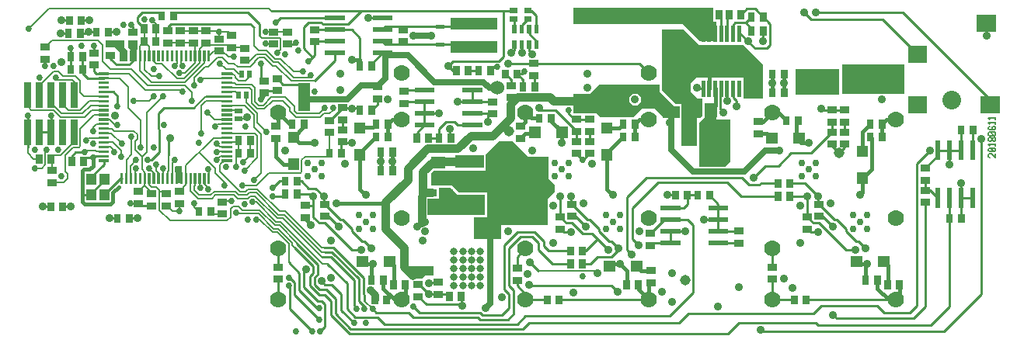
<source format=gbr>
G04 start of page 2 for group 0 idx 0 *
G04 Title: fet12v2logic, top *
G04 Creator: pcb 20140316 *
G04 CreationDate: Wed 13 Jun 2018 07:44:19 AM GMT UTC *
G04 For: brian *
G04 Format: Gerber/RS-274X *
G04 PCB-Dimensions (mil): 6000.00 5000.00 *
G04 PCB-Coordinate-Origin: lower left *
%MOIN*%
%FSLAX25Y25*%
%LNTOP*%
%ADD49C,0.0512*%
%ADD48C,0.0118*%
%ADD47C,0.0370*%
%ADD46C,0.0130*%
%ADD45C,0.0200*%
%ADD44C,0.0118*%
%ADD43C,0.0600*%
%ADD42C,0.0275*%
%ADD41C,0.0450*%
%ADD40C,0.0360*%
%ADD39R,0.0433X0.0433*%
%ADD38R,0.0290X0.0290*%
%ADD37R,0.0110X0.0110*%
%ADD36R,0.0217X0.0217*%
%ADD35R,0.0700X0.0700*%
%ADD34R,0.1220X0.1220*%
%ADD33R,0.1181X0.1181*%
%ADD32R,0.0165X0.0165*%
%ADD31R,0.0709X0.0709*%
%ADD30R,0.0480X0.0480*%
%ADD29R,0.0177X0.0177*%
%ADD28R,0.0500X0.0500*%
%ADD27R,0.0512X0.0512*%
%ADD26R,0.0560X0.0560*%
%ADD25R,0.0295X0.0295*%
%ADD24R,0.0189X0.0189*%
%ADD23R,0.0200X0.0200*%
%ADD22C,0.0318*%
%ADD21C,0.0800*%
%ADD20C,0.0295*%
%ADD19C,0.0700*%
%ADD18C,0.0060*%
%ADD17C,0.0300*%
%ADD16C,0.0080*%
%ADD15C,0.0250*%
%ADD14C,0.0350*%
%ADD13C,0.0150*%
%ADD12C,0.0100*%
%ADD11C,0.0001*%
G54D11*G36*
X419000Y174500D02*X412000D01*
X404500Y182000D01*
X357500D01*
Y189000D01*
X417500D01*
Y183000D01*
X419000D01*
Y174500D01*
G37*
G36*
X403000Y141500D02*X396500D01*
X392500Y145500D01*
X387000D01*
X384000Y142500D01*
Y147000D01*
X385000D01*
X386500Y148500D01*
Y150500D01*
X385000Y152000D01*
X384000D01*
Y156000D01*
X394500D01*
Y153000D01*
X401000Y146500D01*
X403000D01*
Y141500D01*
G37*
G36*
X384000Y142500D02*X383500Y142000D01*
X369000D01*
X367500Y143500D01*
X357500D01*
Y152000D01*
X364500D01*
X368500Y156000D01*
X384000D01*
Y152000D01*
X383000D01*
X381500Y150500D01*
Y148500D01*
X383000Y147000D01*
X384000D01*
Y142500D01*
G37*
G36*
X286500Y74000D02*Y78000D01*
X297500D01*
Y74000D01*
X294000D01*
X292500Y72500D01*
X288000D01*
X286500Y74000D01*
G37*
G36*
X305000Y111500D02*X308000Y108500D01*
X319500D01*
Y100000D01*
X295000D01*
Y107000D01*
X300000D01*
Y111500D01*
X305000D01*
G37*
G36*
X296500Y118000D02*X297500Y119000D01*
X320000D01*
Y126000D01*
X325500Y131500D01*
X331500D01*
X338000Y125000D01*
X347000D01*
Y115500D01*
X349500Y113000D01*
Y110000D01*
X346500Y107000D01*
Y95500D01*
X326500D01*
Y89500D01*
X315000D01*
Y99000D01*
X320500D01*
Y109500D01*
X308500D01*
X305500Y112500D01*
X296500D01*
Y118000D01*
G37*
G36*
X499500Y164500D02*Y152000D01*
X473000D01*
Y164500D01*
X499500D01*
G37*
G36*
X453000Y162500D02*X471500D01*
Y151500D01*
X453000D01*
Y162500D01*
G37*
G36*
X404000Y129500D02*Y147500D01*
X401500D01*
X395500Y153500D01*
Y179500D01*
X405000D01*
X411500Y173000D01*
X430500D01*
X439000Y164500D01*
Y150000D01*
X430500D01*
Y159000D01*
X410500D01*
X408000Y156500D01*
Y153000D01*
X411000Y150000D01*
X413000D01*
Y142500D01*
X412000Y141500D01*
X410500D01*
Y129500D01*
X404000D01*
G37*
G36*
X425000Y141000D02*Y123000D01*
X422500Y120500D01*
X411500D01*
Y139500D01*
X414000Y142000D01*
Y148000D01*
X419000D01*
Y141000D01*
X425000D01*
G37*
G36*
X239500Y156500D02*X244500D01*
Y144500D01*
X239500D01*
Y156500D01*
G37*
G36*
X187000Y113500D02*Y118000D01*
X186500Y118500D01*
Y120500D01*
X187000Y121000D01*
X189500D01*
Y118500D01*
X190000Y118000D01*
Y113500D01*
X187000D01*
G37*
G36*
X167500Y166000D02*Y171000D01*
X166500Y172000D01*
Y175000D01*
X170500D01*
Y171000D01*
X170000Y170500D01*
Y166000D01*
X167500D01*
G37*
G36*
X166000D02*X163000D01*
Y170000D01*
X161000Y172000D01*
X157000D01*
Y175000D01*
X165000D01*
Y172000D01*
X166000Y171000D01*
Y166000D01*
G37*
G54D12*X524000Y127750D02*X514000D01*
X524000D02*Y136441D01*
X523941Y136500D01*
X529000Y127750D02*Y136441D01*
X529059Y136500D01*
X514000Y127750D02*Y125559D01*
X508500Y120059D01*
X519000Y127750D02*Y121500D01*
X510500Y127500D02*X505000Y122000D01*
X536339Y147315D02*Y149661D01*
X529000Y107250D02*X524000D01*
Y98559D02*X524059Y98500D01*
X519000Y98559D02*X518941Y98500D01*
X524000Y98559D02*Y113500D01*
X505000Y122000D02*Y61000D01*
X532500Y132500D02*Y66000D01*
X519000Y107250D02*Y60500D01*
X508500Y114941D02*Y110559D01*
Y105441D02*Y60500D01*
Y110559D02*X510691D01*
X514000Y107250D01*
X458000Y93941D02*X459441Y92500D01*
X443000Y63500D02*X452441D01*
X443000D02*Y72441D01*
Y77559D02*Y85500D01*
X423500Y114000D02*X429500Y108000D01*
X433000Y113000D02*X430000Y116000D01*
X419750Y93000D02*Y104809D01*
X416059Y108500D01*
X429500Y108000D02*X445441D01*
X450559D02*X458000D01*
X462500D02*X457000Y113500D01*
X450559D01*
X445441D02*X438000D01*
X437500Y113000D01*
X433000D01*
G54D13*X442693Y133000D02*X440752Y134941D01*
X437000D01*
Y140059D02*X439059D01*
X443000Y144000D01*
G54D12*X457559Y63500D02*X496000D01*
X488000Y61000D02*X464000D01*
X460500Y57500D01*
X503500Y55500D02*X470500D01*
X511000Y52500D02*X462500D01*
X516500Y50000D02*X439000D01*
X469000Y57000D02*X470500Y55500D01*
X439000Y50000D02*X438500Y50500D01*
X462500Y52500D02*X461500Y53500D01*
X428500D01*
X424000Y49000D01*
X463000Y96500D02*X474500Y85000D01*
X470500Y98000D02*X474500Y94000D01*
Y93000D01*
Y85000D02*X478500D01*
X474500Y93000D02*X479000Y88500D01*
X480000D01*
X483000Y85500D01*
G54D13*X483500Y79000D02*X480193D01*
X479193Y80000D01*
X483000Y72059D02*Y79000D01*
X480500Y108500D02*X481500Y109500D01*
Y115693D01*
X485500Y119693D01*
Y132941D01*
X484941Y133500D01*
X481500Y127307D02*Y135559D01*
X484941Y139000D01*
G54D12*X491000Y58000D02*X488000Y61000D01*
X532500Y66000D02*X516500Y50000D01*
X519000Y60500D02*X511000Y52500D01*
X508500Y60500D02*X503500Y55500D01*
X505000Y61000D02*X502000Y58000D01*
X491000D01*
G54D13*X496000Y63500D02*X497500Y65000D01*
X496000Y63500D02*X493000D01*
X497500Y65000D02*Y70000D01*
X492441D02*Y78366D01*
X490807Y80000D01*
X493000Y63500D02*X488059Y68441D01*
Y72000D01*
X271500Y79000D02*X268193D01*
X267193Y80000D01*
X271000Y72059D02*Y79000D01*
X280441Y70000D02*Y78366D01*
X278807Y80000D01*
X276059Y68441D02*Y72000D01*
X285500Y65000D02*Y70000D01*
X284000Y63500D02*X281000D01*
X276059Y68441D01*
X277559Y63500D02*Y63559D01*
X279250Y65250D01*
G54D12*X291441Y70059D02*X295559Y65941D01*
X303500D01*
X304441Y65000D01*
X291000Y64941D02*X294441Y61500D01*
X309500D01*
X310000Y61000D01*
X309559Y61441D02*X310000Y61000D01*
X309559Y65000D02*Y61441D01*
X317500Y58000D02*X291500D01*
X289000Y60500D01*
Y56000D02*X287000Y58000D01*
X316500Y56000D02*X289000D01*
X333500Y53000D02*X276500D01*
X336000Y51000D02*X262000D01*
X264500Y60000D02*X263500Y61000D01*
X267500Y66000D02*Y73000D01*
X265500Y63000D02*Y72500D01*
X263500Y61000D02*Y72000D01*
X268000Y63000D02*Y65500D01*
X267500Y66000D01*
X268000Y60500D02*X265500Y63000D01*
G54D13*X284000Y63500D02*X285500Y65000D01*
X280059Y127000D02*Y119000D01*
G54D14*X295000Y128500D02*X286500Y120000D01*
Y115000D01*
G54D12*X262441Y130941D02*X262500Y131000D01*
G54D13*X274941Y127000D02*Y119000D01*
G54D14*X286500Y115000D02*X277000Y105500D01*
G54D13*X268500Y108500D02*X266000Y111000D01*
Y126559D01*
X272941Y133500D01*
X271441Y137500D02*X266000D01*
G54D12*X364500Y135941D02*Y131559D01*
X359000D02*Y136000D01*
X364500Y141059D02*X359000D01*
X361500Y123500D02*X359000Y126000D01*
Y126500D01*
X361500Y123500D02*X364441Y126441D01*
X364500D01*
G54D13*X374500Y108500D02*X372000Y111000D01*
Y126559D01*
X378941Y133500D01*
X372000Y137307D02*X377248D01*
X378941Y139000D01*
G54D12*X398000Y108500D02*X401441D01*
X406559D02*X410941D01*
X399250Y103000D02*X405000D01*
X406500Y104500D01*
Y108500D01*
G54D13*X337000Y140059D02*Y144000D01*
X342941Y141500D02*X339500D01*
G54D12*X344000Y145000D02*X343000Y146000D01*
X350000Y145000D02*X344000D01*
G54D13*X339500Y141500D02*X337000Y144000D01*
X348059Y141500D02*Y140248D01*
X335000Y132941D02*X337059Y135000D01*
X341000D01*
X335000Y138059D02*X337000Y140059D01*
X348059Y140248D02*X352807Y135500D01*
X352500Y135193D01*
Y131000D01*
G54D12*X359000Y136000D02*X350000Y145000D01*
X359000Y141000D02*X358000D01*
X355500Y143500D01*
Y145000D01*
X265941D02*X264882Y146059D01*
G54D13*X272941Y139000D02*X271441Y137500D01*
G54D12*X293750Y138500D02*X290500Y135250D01*
Y133000D01*
X304500Y137000D02*Y133559D01*
X305059Y133000D01*
X295559D02*X299941D01*
Y136941D01*
X303000Y140000D01*
X306500D01*
X308000Y138500D01*
X314500D01*
X333500Y53000D02*X337000Y56500D01*
X338500Y53500D02*X336000Y51000D01*
X337000Y56500D02*X399000D01*
X273500Y56000D02*X264000D01*
X403000Y53500D02*X338500D01*
X424000Y49000D02*X261500D01*
X332000Y67500D02*Y57500D01*
X330000Y66000D02*Y60000D01*
X327000Y57000D01*
X332000Y57500D02*X329500Y55000D01*
X317500D01*
X316500Y56000D01*
X327000Y57000D02*X318500D01*
X317500Y58000D01*
G54D15*X320000Y60000D02*X322000Y62000D01*
G54D12*X337000Y63500D02*X346441D01*
X339000Y69500D02*X338500Y70000D01*
X337000Y63500D02*Y66000D01*
X333500Y69500D01*
X330000Y85500D02*Y69500D01*
X328000Y87000D02*Y68000D01*
G54D15*X322000Y100000D02*Y62000D01*
G54D12*X328000Y68000D02*X330000Y66000D01*
Y69500D02*X332000Y67500D01*
X333500Y69500D02*Y72000D01*
Y77059D02*Y82000D01*
X337000Y85500D01*
X339000Y79500D02*X342500Y76000D01*
Y85000D02*X348500Y79000D01*
X351559Y63500D02*X390000D01*
X376500Y67000D02*X374000Y69500D01*
X339000D01*
G54D13*X390000Y63500D02*X385559Y67941D01*
Y70000D01*
X390000Y63500D02*Y69941D01*
X391000Y70941D01*
Y76059D02*X386748D01*
G54D16*X342500Y76000D02*X367000D01*
X368000Y75000D01*
G54D13*X386748Y76059D02*X384807Y78000D01*
X380441Y70000D02*Y76059D01*
X377500Y79000D01*
X374193D01*
G54D12*X361559Y84500D02*X363000D01*
X368000Y89500D01*
X361559Y79000D02*X365000D01*
X368000Y82000D01*
X352000Y93941D02*X353441Y92500D01*
X342500Y85000D02*Y88000D01*
X340000Y90500D01*
X356441Y84500D02*X347000D01*
X345000Y86500D01*
X348500Y79000D02*X356000D01*
X377000Y85500D02*Y85000D01*
X374000Y82000D01*
G54D13*X374193Y79000D02*X373193Y78000D01*
G54D12*X374000Y82000D02*X368000D01*
X356500Y105059D02*X363559Y98000D01*
X357000Y99441D02*X358559D01*
X354559Y96500D02*X357000D01*
X363559Y98000D02*X364500D01*
X358559Y99441D02*X363000Y95000D01*
X357000Y96500D02*X361500Y92000D01*
X365500D01*
X364500Y98000D02*X368500Y94000D01*
Y93000D01*
X373000Y88500D01*
X374000D01*
X377000Y85500D01*
X365500Y92000D02*X372500Y85000D01*
X356500Y108000D02*Y105059D01*
X352000Y108000D02*Y99059D01*
X354559Y96500D01*
X352000Y108000D02*X351724Y108276D01*
X458000Y99059D02*X460559Y96500D01*
X462500Y105059D02*X469559Y98000D01*
X470500D01*
X463000Y99441D02*X464559D01*
X469000Y95000D01*
X460559Y96500D02*X463000D01*
X462500Y108000D02*Y105059D01*
X458000Y108000D02*Y99059D01*
Y108000D02*X457724Y108276D01*
X459441Y92500D02*X462500D01*
X419750Y93000D02*X428441D01*
X428500Y93059D01*
X419750Y88000D02*X428441D01*
X428500Y87941D01*
X413500Y98000D02*X419750D01*
X534763Y182354D02*Y177237D01*
X535000Y177000D01*
X499000Y187000D02*X461500D01*
X490204Y184000D02*X459500D01*
X456500Y187000D01*
X433941Y179000D02*Y180000D01*
X428677Y177693D02*X429307D01*
X432500Y174500D01*
X439000D02*Y178941D01*
X439059Y179000D01*
X442000Y182059D02*Y173000D01*
X440500Y171500D01*
X435500D01*
X433000Y174000D01*
G54D13*X490059Y133500D02*Y139000D01*
X492059Y141000D01*
X496000D01*
G54D12*X536339Y149661D02*X499000Y187000D01*
X505237Y168968D02*X490204Y184000D01*
X468500Y130441D02*Y129500D01*
X471500Y126500D01*
X474000Y130441D02*Y129000D01*
X471500Y126500D01*
X474000Y145059D02*X464441D01*
X464000Y145500D01*
G54D13*X442941Y160500D02*Y152500D01*
X448059Y160500D02*Y152500D01*
G54D12*X468500Y135559D02*Y139941D01*
X474000Y135559D02*Y139941D01*
X468500Y135559D02*X459441Y126500D01*
X451000D01*
G54D15*X440000Y127500D02*X446000D01*
G54D12*X451000Y126500D02*X445500Y121000D01*
X440000D01*
G54D15*X431000Y118500D02*X440000Y127500D01*
G54D12*Y121000D02*X435000Y116000D01*
G54D13*X458500Y131000D02*X455173D01*
X453173Y133000D01*
Y139614D01*
X454059Y140500D01*
X443000Y144000D02*X445441D01*
X448941Y140500D01*
X384059Y133500D02*Y139000D01*
X386059Y141000D01*
X390000D01*
G54D15*X399500Y144095D02*Y128000D01*
X409000Y118500D01*
G54D12*X390000Y161000D02*X386000Y165000D01*
G54D13*X418441Y146898D02*X416543Y145000D01*
G54D12*X420500Y145500D02*X422000Y144000D01*
G54D15*X409000Y118500D02*X431000D01*
G54D13*X418441Y154307D02*Y146898D01*
G54D12*X420500Y153807D02*Y145500D01*
X427500Y149000D02*Y146500D01*
X426118Y150382D02*X427500Y149000D01*
X426118Y154307D02*Y150382D01*
X423559Y148559D02*X423500Y148500D01*
X423559Y154307D02*Y148559D01*
X423500Y114000D02*X394000D01*
X430000Y116000D02*X389000D01*
G54D13*X423882Y160882D02*X429000Y166000D01*
X415882Y160882D02*Y154307D01*
G54D12*X410693D02*X410500Y154500D01*
X410693Y154307D02*X413323D01*
X421000D02*X420500Y153807D01*
X421000Y177693D02*Y185059D01*
X420059Y186000D01*
X423559Y177693D02*Y185118D01*
X424441Y186000D01*
X426118Y177693D02*Y181618D01*
X427000Y182500D01*
X429559Y186000D02*X432059Y188500D01*
X435559D01*
X442000Y182059D01*
X427000Y182500D02*X431441D01*
X433941Y185000D01*
Y180000D02*X431441Y182500D01*
X399250Y93000D02*Y88000D01*
Y93000D02*X405500D01*
X399000Y98000D02*X406500D01*
X409000Y95500D01*
Y66500D02*X399000Y56500D01*
X407000Y57500D02*X403000Y53500D01*
X399250Y88000D02*X391559D01*
X390500Y86941D01*
X383000Y89500D02*X385500Y87000D01*
X394000Y114000D02*X383000Y103000D01*
X389000Y116000D02*X380500Y107500D01*
X399250Y98000D02*X396500D01*
X390500Y92000D01*
X383000Y103000D02*Y89500D01*
X380500Y107500D02*Y85000D01*
X382500Y83000D01*
X409000Y95500D02*Y66500D01*
X460500Y57500D02*X407000D01*
G54D14*X295000Y128500D02*X308000D01*
X313000Y123000D02*X297500D01*
X293000Y118500D01*
X308000Y128500D02*X313500Y134000D01*
X323000D01*
G54D12*X308000Y148500D02*X322941D01*
G54D15*X289000Y177000D02*X296500D01*
G54D12*X277069Y180819D02*X275750Y179500D01*
X277069Y173181D02*X275750Y174500D01*
X277069Y173181D02*X313819D01*
X277069Y180819D02*X313819D01*
X271059Y164809D02*X275750Y169500D01*
G54D15*X298000Y157000D02*X286500Y168500D01*
X277000D01*
G54D12*X304000Y164000D02*X306000Y166000D01*
G54D13*X262500Y166500D02*X265941D01*
G54D12*X261000Y182000D02*X266500Y187500D01*
X228000D02*X331579D01*
G54D15*X298000Y157000D02*X319000D01*
G54D12*X325000Y163500D02*X323559D01*
X322059Y162000D01*
X293750Y148500D02*Y138500D01*
Y148500D02*X285559D01*
X285000Y147941D01*
X293750Y153500D02*X285441D01*
X285000Y153059D01*
X293750Y143500D02*X300000D01*
X258500Y130941D02*X262441D01*
G54D16*X253000Y135441D02*Y126559D01*
G54D12*X258059Y130500D02*X258500Y130941D01*
G54D16*X253000Y126559D02*X251441Y125000D01*
X242500D01*
G54D13*X237500Y121693D02*X233307D01*
G54D12*X264882Y146059D02*X258500D01*
G54D16*X254500Y146000D02*Y145000D01*
X253000Y143500D01*
X250500D01*
X251000Y146000D02*X248500Y143500D01*
X239000D01*
G54D12*X258059Y126500D02*Y130500D01*
X258559Y146059D02*X253500Y141000D01*
X253000D01*
X246559Y179500D02*X246500Y179559D01*
X246559Y179500D02*X262500D01*
X265941Y176059D01*
X250000Y182000D02*X261000D01*
X255250Y184500D02*X232000D01*
X271059Y164000D02*Y164809D01*
X275750Y184500D02*X269500D01*
X265941Y164000D02*Y176059D01*
X255250Y174500D02*X246559D01*
X246500Y174441D02*Y168500D01*
X242000Y171500D02*X245750Y167750D01*
X246500Y168500D02*X244000Y166000D01*
X255250Y169500D02*Y166250D01*
G54D15*X260500Y149500D02*X241500D01*
G54D16*X244000Y159000D02*X245000Y160000D01*
G54D12*X242000Y154500D02*X240500Y156000D01*
X233059D01*
X255250Y166250D02*X246500Y157500D01*
G54D16*X232000Y167000D02*X237500Y161500D01*
G54D12*X242000Y171500D02*Y180500D01*
X244000Y182500D01*
X249500D01*
X250000Y182000D01*
X313819Y173181D02*X315000Y172000D01*
X313819Y180819D02*X315000Y182000D01*
X325500Y166000D02*X327500Y168000D01*
Y187500D01*
X306000Y166000D02*X325500D01*
X332276Y179846D02*Y183803D01*
X335425Y179846D02*Y181504D01*
X338150Y184228D01*
X341724Y185776D02*X339728Y187772D01*
X338150D01*
X331579Y187500D02*X331850Y187772D01*
X332276Y183803D02*X331850Y184228D01*
X332276Y173154D02*Y170776D01*
X331000Y169500D01*
X335425Y173154D02*Y169575D01*
X335500Y169500D01*
X341724Y179846D02*Y185776D01*
Y173154D02*Y174776D01*
X338575Y177925D01*
Y179846D01*
Y173154D02*Y170425D01*
X340000Y169000D01*
X329500Y165000D02*X386000D01*
G54D14*X349000Y149000D02*X364000D01*
G54D12*X333559Y160500D02*X335500D01*
X336500Y161500D01*
X331000Y155559D02*Y157941D01*
X353441Y92500D02*X356500D01*
X345000Y86500D02*Y88500D01*
X340000Y90500D02*X335000D01*
X345000Y88500D02*X341000Y92500D01*
X333500D01*
X335000Y90500D02*X330000Y85500D01*
X333500Y92500D02*X328000Y87000D01*
G54D13*X256000Y105000D02*X277000D01*
G54D12*X242500Y98941D02*Y98000D01*
X245000Y95500D01*
X254500Y86000D02*X267500Y73000D01*
X246000Y108000D02*X245000Y109000D01*
X239059D01*
Y114500D02*X241000D01*
X244075Y111425D01*
X247075D01*
X232941Y108000D02*X233941Y109000D01*
G54D16*X233000Y149000D02*X236000Y146000D01*
X238000Y144500D02*Y146500D01*
X234000Y150500D01*
X236000Y146000D02*Y144500D01*
X238500Y142000D02*X249000D01*
X250500Y143500D02*X249000Y142000D01*
X239000Y143500D02*X238000Y144500D01*
X236000D02*X238500Y142000D01*
G54D13*X236941Y139000D02*X236000D01*
X242059D02*Y137866D01*
X237500Y133307D01*
X246500Y131000D02*X239807D01*
X237500Y133307D01*
G54D16*X242500Y125000D02*X241000Y123500D01*
Y118500D01*
X240500Y118000D01*
G54D14*X330500Y147500D02*Y141500D01*
X323000Y134000D02*X330500Y141500D01*
G54D13*X330000Y136000D02*X327500Y138500D01*
G54D12*X321000Y140000D02*Y143500D01*
G54D14*X333500Y150500D02*X330500Y147500D01*
X349000Y149000D02*X347500Y150500D01*
X333500D01*
G54D12*X341059Y155000D02*Y159382D01*
X340500Y159941D01*
X335941Y155000D02*Y158118D01*
X333559Y160500D01*
X322941Y143500D02*X323000Y143441D01*
X331000Y157941D02*X328441Y160500D01*
X304000Y164000D02*X306000Y162000D01*
X307500D01*
X312559D02*X316941D01*
X314250Y153500D02*Y148500D01*
X322941D01*
X323000Y148559D01*
X314250Y143500D02*X322941D01*
G54D15*X325000Y154500D02*X321500D01*
X319000Y157000D01*
G54D12*X299500Y71059D02*X296059D01*
X295500Y70500D01*
X291000Y70059D02*X291441D01*
G54D14*X288500Y74000D02*X285000Y77500D01*
Y86000D01*
G54D12*X257559Y98000D02*X258500D01*
Y140441D02*Y136059D01*
X251000Y96500D02*X262500Y85000D01*
X258500Y98000D02*X262500Y94000D01*
Y93000D01*
X254000Y84000D02*X251000D01*
X262500Y85000D02*X266500D01*
X262500Y93000D02*X267000Y88500D01*
X268000D01*
X271000Y85500D01*
G54D14*X285000Y86000D02*X277000Y94000D01*
G54D13*X278059Y133500D02*Y139000D01*
G54D14*X277000Y94000D02*Y105500D01*
G54D15*Y168500D02*Y158500D01*
G54D13*X278059Y139000D02*X280059Y141000D01*
G54D15*X260500Y149500D02*X266500Y155500D01*
X274000D01*
X277000Y158500D01*
G54D12*X271059Y145000D02*X273500Y147441D01*
Y149941D01*
G54D13*X280059Y141000D02*X284000D01*
G54D14*X293000Y118500D02*Y108500D01*
X292500Y108000D02*Y96500D01*
X297000Y109500D02*X293000D01*
G54D17*X272441Y63500D02*Y65559D01*
X270500Y67500D01*
G54D16*X271500Y59500D02*X268000Y63000D01*
G54D12*Y59500D02*Y60500D01*
X264500Y59500D02*Y60000D01*
X287000Y58000D02*X273000D01*
X271500Y59500D01*
X276500Y53000D02*X273500Y56000D01*
X231000Y63500D02*Y72441D01*
Y77559D02*Y85500D01*
G54D16*X235500Y79500D02*Y87500D01*
X237000Y88000D02*Y87000D01*
X238000Y86000D01*
G54D12*X240000Y75000D02*X235500Y79500D01*
X238000Y65500D02*Y71000D01*
X236000Y73000D01*
X235500D01*
X246000Y78000D02*X238000Y86000D01*
X248000Y78500D02*X239000Y87500D01*
G54D16*Y88000D02*Y87500D01*
X251000Y84000D02*X249500D01*
Y86000D02*X250500D01*
G54D12*X254500D01*
X249000Y50000D02*X251000Y52000D01*
X248500Y60000D02*X247500D01*
X245500Y50000D02*X236000Y59500D01*
X248500Y55000D02*X238000Y65500D01*
X247500Y60000D02*X240000Y67500D01*
X236000Y59500D02*Y69000D01*
X235500Y69500D01*
X248000Y63000D02*X249500D01*
X251000Y61500D01*
Y52000D02*Y61500D01*
X261500Y49000D02*X253500Y57000D01*
X262000Y51000D02*X255500Y57500D01*
X263500Y53500D02*X258000Y59000D01*
X260500Y59500D02*X264000Y56000D01*
X253500Y57000D02*Y63000D01*
X255500Y57500D02*Y64000D01*
X258000Y59000D02*Y66000D01*
X251000Y70000D02*X249500Y71500D01*
X253500Y63000D02*X251000Y65500D01*
X258000Y66000D02*X254000Y70000D01*
X251000D01*
X255500Y64000D02*X251500Y68000D01*
X260500Y66500D02*Y70500D01*
Y67000D02*Y59500D01*
X251500Y68000D02*X248500D01*
X246500Y70000D01*
Y73000D01*
X244500Y69500D02*Y73500D01*
X246000Y75000D01*
X251000Y65500D02*X248500D01*
X248000Y63000D02*X242000Y69000D01*
X248500Y65500D02*X244500Y69500D01*
X242000Y69000D02*Y75500D01*
X243000Y76500D01*
X240000Y67500D02*Y75000D01*
X250500Y108000D02*Y105059D01*
X246000Y108000D02*Y99059D01*
X248559Y96500D01*
X247075Y111425D02*X250500Y108000D01*
X243059Y104000D02*X246000D01*
X250500Y105059D02*X257559Y98000D01*
X251000Y99441D02*X252559D01*
X257000Y95000D01*
G54D16*X246500Y157500D02*X236500D01*
X237500Y159000D02*X244000D01*
X241500Y161500D02*X237500D01*
X222000Y143500D02*Y139500D01*
X226000Y135500D01*
X220889Y135111D02*X222000Y134000D01*
Y124500D01*
X223500Y134500D02*Y118000D01*
X220500Y115000D02*X223500Y118000D01*
X227000D02*X221500Y112500D01*
X220500Y137500D02*X223500Y134500D01*
G54D13*X233307Y121693D02*X230000Y125000D01*
Y132941D01*
G54D16*X218700Y160500D02*Y159200D01*
X217000Y157500D01*
X219500Y148000D02*Y153500D01*
X218500Y154500D01*
X221000D02*X219500Y156000D01*
G54D12*X226441Y153441D02*X230500D01*
X233059Y156000D02*X230500Y158559D01*
G54D16*X230000Y164000D02*X236500Y157500D01*
X237500Y159000D02*X231000Y165500D01*
X229000D01*
X229500Y167000D02*X232000D01*
X219500Y148000D02*X222000Y145500D01*
X225000D01*
X224500Y147000D02*X222500D01*
G54D12*X225000Y152000D02*X226441Y153441D01*
G54D16*X224500Y147000D02*X228000Y150500D01*
X225000Y145500D02*X228500Y149000D01*
X233000D01*
X228000Y150500D02*X234000D01*
G54D13*X231000Y144000D02*Y139059D01*
X230000Y138059D01*
X236000Y139000D02*X231000Y144000D01*
G54D16*X232000Y97000D02*X230000D01*
X223000Y98000D02*X221500D01*
X230000Y97000D02*X221500Y105500D01*
X220000D01*
X223000Y102000D02*X215500D01*
X222500Y100500D02*X213500D01*
X215500Y102000D02*X214000Y103500D01*
X218000Y107000D02*X213500D01*
X217500Y108500D02*X214000D01*
X217000Y110000D02*X214500D01*
X214000Y103500D02*X211500D01*
X210500Y102500D01*
Y99000D01*
X209000Y97500D01*
X213000Y101000D02*X213500Y100500D01*
X221500Y112500D02*X215500D01*
X211000Y106000D02*X207441D01*
X213500Y107000D02*X212000Y108500D01*
X214000D02*X212500Y110000D01*
X207800Y123300D02*X208872D01*
X208000Y114000D02*Y112500D01*
X219059Y126441D02*Y125559D01*
X216000Y122500D01*
X213941Y126500D02*X213000Y125559D01*
X216500Y119000D02*X222000Y124500D01*
X213000Y125559D02*Y120500D01*
G54D12*X223500Y159059D02*X225000Y157559D01*
G54D16*X221000Y148500D02*Y154500D01*
X217000Y157500D02*X214000D01*
Y160500D02*X215300D01*
X222500Y147000D02*X221000Y148500D01*
X220500Y143000D02*Y137500D01*
X217200Y151500D02*Y148300D01*
X222000Y143500D01*
X220500Y143000D02*X216578Y146922D01*
X216800Y141300D02*X217500Y142000D01*
X214000Y141300D02*X216800D01*
X208872Y146922D02*X216578D01*
X208872Y144953D02*X213747D01*
X214000Y144700D01*
X208872Y152827D02*X212473D01*
X213800Y151500D01*
X218500Y154500D02*X209168D01*
X208872Y154796D01*
X219500Y156000D02*X213000D01*
X212236Y156764D01*
X208872D01*
X212500Y159000D02*X214000Y157500D01*
X208872Y160701D02*X211299D01*
X212500Y159500D01*
Y159000D01*
X212000Y162500D02*X214000Y160500D01*
X212000Y162500D02*X208500D01*
X213500Y163500D02*X212000Y165000D01*
X209500D01*
Y168000D02*X212000D01*
G54D12*X223500Y165000D02*Y159059D01*
G54D16*X222500Y167500D02*X221000Y166000D01*
X216500Y165941D02*X218441D01*
X221500Y169000D01*
X221000Y166000D02*Y165500D01*
X219000Y163500D01*
X213500D01*
X221500Y169000D02*X225500D01*
X222500Y167500D02*X225000D01*
X228500Y164000D01*
X229000Y165500D02*X225500Y169000D01*
X228500Y164000D02*X230000D01*
G54D12*X248559Y96500D02*X251000D01*
G54D16*X249500Y86000D02*X234000Y101500D01*
X249500Y84000D02*X233500Y100000D01*
X249500Y82000D02*X233000Y98500D01*
G54D12*X260500Y70500D02*X252000Y79000D01*
G54D16*X250000D02*X252000D01*
G54D12*X254000Y84000D02*X265500Y72500D01*
X249500Y82000D02*X253500D01*
X263500Y72000D01*
X246500Y73000D02*X248000Y74500D01*
X246000Y75000D02*Y78000D01*
X248000Y74500D02*Y78500D01*
G54D16*X250000Y79000D02*X232000Y97000D01*
X239000Y88000D02*X231500Y95500D01*
X237000Y88000D02*X231000Y94000D01*
X235500Y87500D02*X230500Y92500D01*
X234000Y101500D02*X231500D01*
X233500Y100000D02*X231000D01*
X233000Y98500D02*X230500D01*
X231500Y95500D02*X229500D01*
X231000Y94000D02*X229000D01*
X230500Y92500D02*X228500D01*
X223000Y98000D01*
X229000Y94000D02*X222500Y100500D01*
X229500Y95500D02*X223000Y102000D01*
X231500Y101500D02*X222000Y111000D01*
X230500Y98500D02*X221000Y108000D01*
X231000Y100000D02*X221500Y109500D01*
G54D12*X228500Y108000D02*X232941D01*
G54D16*X221000D02*X219000D01*
X218000Y107000D01*
X221500Y109500D02*X218500D01*
X217500Y108500D01*
X222000Y111000D02*X218000D01*
X217000Y110000D01*
G54D12*X228500Y111500D02*X231500Y114500D01*
X233941D01*
G54D16*X240500Y118000D02*X227000D01*
G54D12*X156128Y123299D02*Y121628D01*
X150744Y116244D01*
Y115346D01*
X163800Y115628D02*X163230D01*
X156256Y108654D01*
G54D13*X160000Y109500D02*X162500Y112000D01*
G54D12*X156256Y115346D02*Y114756D01*
X152267Y125267D02*X151500Y124500D01*
G54D13*Y121000D01*
G54D12*X156256Y114756D02*X151000Y109500D01*
G54D16*X165768Y115628D02*Y123768D01*
X167737Y115628D02*Y118763D01*
X167500Y119000D01*
Y121000D01*
X170000Y123500D01*
G54D13*X151500Y121000D02*X150000Y119500D01*
X147500D01*
X147000Y119000D01*
Y105500D01*
G54D12*X151000Y109500D02*Y108500D01*
X147000D01*
G54D13*Y105500D02*X148000Y104500D01*
X159000D01*
X160000Y105500D01*
Y109500D01*
G54D12*X158500Y98500D02*X161941D01*
X138559Y103500D02*X142000D01*
X130000D02*X133441D01*
G54D16*X135059Y125500D02*X137500D01*
X131000Y121500D02*Y127500D01*
X131500Y128000D01*
G54D12*X156128Y125267D02*X152267D01*
G54D16*X156128Y127236D02*X152764D01*
X152500Y127500D01*
X151500Y137500D02*Y136000D01*
X149641Y133141D02*X148500Y132000D01*
X156128Y133141D02*X149641D01*
X143500Y135500D02*Y131500D01*
X158796Y129204D02*X160500Y127500D01*
Y127000D01*
X156128Y129204D02*X158796D01*
X156128Y131173D02*X159827D01*
X156128Y135110D02*X159390D01*
G54D12*X151500Y124500D02*X148059D01*
X147559Y124000D01*
G54D16*X152500Y127500D02*X148500D01*
X148000Y127000D01*
X137500Y125500D02*X143500Y131500D01*
X175611Y115628D02*Y112889D01*
X177579Y115628D02*Y117921D01*
X173642Y112701D02*Y118358D01*
X185453Y115628D02*Y122453D01*
X183485Y115628D02*Y118485D01*
X184000Y119000D01*
Y125500D01*
G54D12*Y132500D01*
X184500Y133000D01*
G54D16*X185453Y122453D02*X186500Y123500D01*
X169705Y115628D02*Y119705D01*
X170000Y120000D01*
X173642Y118358D02*X172500Y119500D01*
Y125000D01*
X169500Y128000D01*
X172500Y125000D02*X174500Y127000D01*
X177579Y117921D02*X175500Y120000D01*
G54D12*X175000Y123500D02*X176500D01*
X180000Y127000D01*
Y136500D01*
X179500Y137000D01*
G54D16*X179548Y115628D02*Y117952D01*
X178500Y119000D01*
Y121500D01*
X181516Y115628D02*Y119984D01*
X181500Y120000D01*
X156128Y142984D02*X152000Y143000D01*
X156128Y141015D02*X158485D01*
X156128Y139047D02*X153047D01*
X172000Y140500D02*Y129000D01*
X169500Y128000D02*Y131500D01*
X170500Y132500D01*
Y134500D01*
X169000Y136000D01*
X168000Y126000D02*Y133500D01*
X156128Y137078D02*X159422D01*
X160500Y136000D01*
X158485Y141015D02*X161000Y138500D01*
X162000D01*
X153047Y139047D02*X151500Y137500D01*
X160500Y136000D02*X169000D01*
X159827Y131173D02*X163500Y127500D01*
X159390Y135110D02*X164000Y130500D01*
X163500Y127500D02*Y125000D01*
X165768Y123768D02*X168000Y126000D01*
X208872Y135111D02*X220889D01*
X219059Y132000D02*Y126500D01*
X208872Y131174D02*X213115D01*
X213941Y132000D01*
Y126500D02*Y132000D01*
X208872Y127237D02*X204737D01*
X204500Y127000D01*
X208872Y129205D02*X205795D01*
X204500Y130500D01*
X208872Y125268D02*X206268D01*
X204500Y123500D01*
X203484Y141016D02*X200500Y144000D01*
X198000Y135000D02*Y146890D01*
X200000Y148890D01*
X208872Y133142D02*X203142D01*
X208872Y158733D02*X198233D01*
X197500Y158000D01*
G54D12*X225000Y152000D02*Y151000D01*
X223500Y149500D01*
G54D16*X208872Y148890D02*X200000D01*
G54D12*X182000Y146000D02*X195000D01*
X199859Y150859D02*X208872D01*
G54D16*X199859D02*X195000Y146000D01*
X190500Y158500D02*X187500D01*
X194000Y149000D02*Y152500D01*
X191000Y155500D01*
G54D12*X173441Y180000D02*X170500Y182941D01*
G54D16*X174500Y127000D02*Y144000D01*
X181500Y151000D01*
G54D12*X179500Y137000D02*Y143500D01*
G54D16*X175425Y148925D02*X177500Y151000D01*
G54D12*X179500Y143500D02*X182000Y146000D01*
G54D16*X177578Y168372D02*Y165922D01*
X178500Y165000D01*
X173641Y162359D02*X176500Y159500D01*
X180000D01*
X171673Y161827D02*X176500Y157000D01*
X178500Y165000D02*X181000D01*
X189389Y164611D02*X190000Y164000D01*
X195295Y165295D02*X191000Y161000D01*
X188500D01*
X199232Y165232D02*X191000Y157000D01*
X197263Y165263D02*X190500Y158500D01*
X174000Y153500D02*X189500D01*
X190000Y153000D01*
X175000Y155500D02*X191000D01*
X195000Y159000D02*Y155500D01*
X187500Y158500D02*X181000Y165000D01*
X191000Y157000D02*X176500D01*
X199500Y163500D02*X195000Y159000D01*
X199232Y168372D02*Y165232D01*
X197263Y171204D02*Y165263D01*
X201000Y163500D02*X199500D01*
X209500Y165000D02*X207000Y167500D01*
X205000D01*
X201000Y163500D02*X205000Y167500D01*
X208500Y162500D02*X206000Y165000D01*
X201200Y168372D02*X203269Y170441D01*
X207059D01*
X209500Y168000D01*
X200000Y173940D02*X200940Y173000D01*
X209941D01*
X211000Y171941D01*
X216118D01*
X216500Y171559D01*
G54D12*X152800Y160700D02*X152000Y161500D01*
G54D16*X156000Y158732D02*X162768D01*
X156128Y160700D02*X166800D01*
X174000Y153500D01*
X168000Y162500D02*X175000Y155500D01*
X162768Y158732D02*X166500Y155000D01*
G54D12*X156128Y152826D02*X160174D01*
X162000Y151000D01*
Y146500D01*
G54D16*X166500Y155000D02*Y146000D01*
X172000Y140500D01*
X169000Y148925D02*X175425D01*
G54D12*X167000Y164500D02*X161500D01*
X159000Y167000D01*
Y168500D01*
G54D16*X168000Y162500D02*X159000D01*
X155500Y166000D01*
X156128Y144952D02*X150952D01*
X156128Y148889D02*X149889D01*
X156128Y146921D02*X150421D01*
G54D12*X156128Y160700D02*X152800D01*
X156128Y158732D02*X149327D01*
G54D16*X136500Y161500D02*X134500D01*
X128500Y155500D01*
Y151500D01*
X155128Y150858D02*X147642D01*
X150952Y144952D02*X148000Y142000D01*
X146000Y145000D02*X149889Y148889D01*
X150421Y146921D02*X147000Y143500D01*
X145500Y129000D02*X143000D01*
X146000Y137000D02*Y129500D01*
X145500Y129000D01*
X143000D02*X139500Y125500D01*
G54D12*X142441Y123000D02*Y125441D01*
X144000Y127000D01*
X148000D01*
G54D16*X151984Y142984D02*X146000Y137000D01*
G54D12*X123500Y142500D02*Y128941D01*
X133500Y135500D02*X128500D01*
G54D16*X134000Y123559D02*X133559Y124000D01*
G54D12*X133500Y142500D02*Y135500D01*
G54D16*X134000Y119059D02*Y123559D01*
X135059Y125500D02*X133559Y124000D01*
X139500Y125500D02*Y118500D01*
X140500Y117500D01*
Y115500D01*
X138941Y113941D01*
X134000D01*
X131000Y121500D02*X129500Y120000D01*
X126500D01*
X123500Y129000D02*Y126500D01*
X126000Y124000D01*
X128441D01*
X197264Y111736D02*X197500Y111500D01*
X214500Y110000D02*X206000Y118500D01*
X204000Y118000D02*X208000Y114000D01*
X199233Y115628D02*Y113267D01*
X201000Y111500D01*
Y111000D01*
X195296Y112796D02*X195000Y112500D01*
X191359Y112918D02*X188500Y110059D01*
X195000Y112500D02*Y110500D01*
X193327Y115628D02*Y110173D01*
X196500Y107000D01*
X197264Y115628D02*Y111736D01*
X201201Y115628D02*Y119299D01*
X201000Y119500D01*
X206000Y118500D02*Y121500D01*
X207800Y123300D01*
X195000Y110500D02*X197000Y108500D01*
X202000D01*
X202500Y107000D02*X196500D01*
X175611Y112889D02*X176500Y112000D01*
X173642Y112701D02*X171000Y110059D01*
X176500Y109059D02*Y109784D01*
X173642Y112642D01*
Y112701D03*
X176500Y112000D02*X178500D01*
X180000Y110500D01*
X182941Y110000D02*X180000D01*
Y110500D02*Y102000D01*
X184500Y97500D01*
G54D12*X176500Y103941D02*X172000D01*
X171000Y104941D01*
X167559D01*
X167500Y105000D01*
G54D16*X185441Y101500D02*X183000Y103941D01*
G54D12*X167059Y98500D02*X170500D01*
G54D16*X184500Y97500D02*X209000D01*
X196941Y101500D02*X195000Y103441D01*
Y105000D01*
X207000Y100441D02*X203118D01*
X202059Y101500D01*
X202500Y107000D02*X204000Y108500D01*
X202000D02*X203500Y110000D01*
X207441Y106000D02*X207000Y105559D01*
X212000Y108500D02*X204000D01*
X212500Y110000D02*X203500D01*
X188500Y104941D02*Y101500D01*
X185441D01*
D03*
X208872Y139048D02*X205048D01*
X204000Y138000D01*
X208872Y141016D02*X203484D01*
X195296Y115628D02*Y112796D01*
X191359Y119359D03*
Y112918D01*
Y119359D02*Y121359D01*
X203142Y133142D02*X191359Y121359D01*
X204000Y120000D02*X197000Y127000D01*
X204000Y120000D02*Y118000D01*
X173641Y162359D02*Y168372D01*
X175610D02*Y172331D01*
X171673Y161827D02*Y172614D01*
G54D12*X168500Y168000D02*Y166000D01*
X167000Y164500D01*
G54D16*X175610Y172331D02*X173441Y174500D01*
X171673Y172614D02*X173500Y174441D01*
X173441Y174500D02*Y180441D01*
X178559Y174500D02*Y180000D01*
Y180059D02*Y181941D01*
X177000Y183500D01*
X173500Y180500D02*Y180000D01*
G54D12*X168500Y178559D02*Y181000D01*
X168000Y181500D01*
X170500Y182941D02*Y185000D01*
X172500Y187000D01*
X180441D01*
G54D16*X189389Y168372D02*Y164611D01*
X187421Y168372D02*Y164921D01*
X194500Y173941D02*X183500D01*
X197263Y171204D02*X200030Y173970D01*
X195295Y165295D02*Y173146D01*
X194500Y173941D01*
X187421Y164921D02*X186500Y164000D01*
G54D12*X183500Y179059D02*Y180500D01*
X185000Y182000D01*
G54D16*X189000Y179059D02*X204941D01*
X205500Y178500D01*
Y175559D02*Y178500D01*
X211000Y177059D02*X209559Y178500D01*
X205500D01*
G54D12*X185000Y182000D02*X219000D01*
X218000Y187000D02*X185500D01*
G54D16*X227000Y188500D02*X132500D01*
G54D12*X138000Y183500D02*X141441D01*
X146559D02*X150000D01*
X146059Y178000D02*X149500D01*
X137500D02*X140941D01*
G54D16*X235000Y178559D02*X225559D01*
X225500Y178500D01*
X229000Y173441D02*X225559D01*
X225500Y173500D01*
X224000Y176000D02*X231500D01*
G54D12*X219000Y182000D02*X220500Y180500D01*
X223000Y182000D02*X218000Y187000D01*
G54D16*X228000Y187500D02*X227000Y188500D01*
G54D12*X232000Y184500D02*X230000Y182500D01*
X223000Y177000D02*Y182000D01*
G54D16*X220500Y180500D02*Y172500D01*
X222500Y170500D01*
X226000D01*
X223000Y177000D02*X224000Y176000D01*
G54D12*X235000Y173441D02*X237941D01*
X238500Y174000D01*
G54D16*X231500Y176000D02*X232000Y175500D01*
Y171000D01*
X230500Y169500D01*
X226000Y170500D02*X229500Y167000D01*
G54D12*X152000Y161500D02*Y164441D01*
Y172500D02*Y169559D01*
X149327Y158732D02*X147059Y161000D01*
Y168000D01*
X141941Y162500D02*Y168941D01*
Y169000D02*Y171441D01*
X142000Y171500D01*
G54D16*X155500Y166000D02*Y173000D01*
X153500Y175000D01*
X133941D01*
G54D12*X158059Y178500D02*X161500D01*
X149500D02*X152941D01*
G54D16*X138500Y147500D02*X141000Y145000D01*
X146000D01*
X133500Y148000D02*X138000Y143500D01*
X137500Y142000D02*X134500Y145000D01*
X147000Y143500D02*X138000D01*
X134500Y145000D02*X125000D01*
X123500Y146500D01*
Y151500D01*
X148000Y142000D02*X137500D01*
X138500Y151500D02*Y147500D01*
X133500Y151500D02*Y148000D01*
X147642Y150858D02*X146000Y152500D01*
Y157500D01*
X143500Y151500D02*Y157000D01*
X142500Y158000D01*
X144000Y159500D02*X146000Y157500D01*
X142500Y158000D02*X136500D01*
X135500Y159000D01*
X136500Y161500D02*X138500Y159500D01*
X144000D01*
G54D12*X131000Y166941D02*Y164000D01*
G54D16*X124000Y180000D02*X132500Y188500D01*
X133941Y175000D02*X131000Y172059D01*
G54D18*X536125Y124500D02*X535750Y124875D01*
Y126000D02*Y124875D01*
Y126000D02*X536125Y126375D01*
X536875D01*
X538750Y124500D02*X536875Y126375D01*
X538750D02*Y124500D01*
X538375Y127275D02*X538750Y127650D01*
X536125Y127275D02*X538375D01*
X536125D02*X535750Y127650D01*
Y128400D02*Y127650D01*
Y128400D02*X536125Y128775D01*
X538375D01*
X538750Y128400D02*X538375Y128775D01*
X538750Y128400D02*Y127650D01*
X538000Y127275D02*X536500Y128775D01*
X536350Y129675D02*X535750Y130275D01*
X538750D01*
Y130800D02*Y129675D01*
X538375Y131700D02*X538750Y132075D01*
X537775Y131700D02*X538375D01*
X537775D02*X537250Y132225D01*
Y132675D02*Y132225D01*
Y132675D02*X537775Y133200D01*
X538375D01*
X538750Y132825D02*X538375Y133200D01*
X538750Y132825D02*Y132075D01*
X536725Y131700D02*X537250Y132225D01*
X536125Y131700D02*X536725D01*
X536125D02*X535750Y132075D01*
Y132825D02*Y132075D01*
Y132825D02*X536125Y133200D01*
X536725D01*
X537250Y132675D02*X536725Y133200D01*
X538375Y134100D02*X538750Y134475D01*
X536125Y134100D02*X538375D01*
X536125D02*X535750Y134475D01*
Y135225D02*Y134475D01*
Y135225D02*X536125Y135600D01*
X538375D01*
X538750Y135225D02*X538375Y135600D01*
X538750Y135225D02*Y134475D01*
X538000Y134100D02*X536500Y135600D01*
X535750Y137625D02*X536125Y138000D01*
X535750Y137625D02*Y136875D01*
X536125Y136500D02*X535750Y136875D01*
X536125Y136500D02*X538375D01*
X538750Y136875D01*
X537100Y137625D02*X537475Y138000D01*
X537100Y137625D02*Y136500D01*
X538750Y137625D02*Y136875D01*
Y137625D02*X538375Y138000D01*
X537475D02*X538375D01*
X536350Y138900D02*X535750Y139500D01*
X538750D01*
Y140025D02*Y138900D01*
X536350Y140925D02*X535750Y141525D01*
X538750D01*
Y142050D02*Y140925D01*
G54D19*X496000Y161000D03*
Y141000D03*
G54D20*X461453Y122453D03*
X455547D03*
G54D19*X443000Y144000D03*
G54D20*X458500Y119500D03*
X461453Y116547D03*
X455547D03*
G54D21*X520000Y149284D03*
G54D19*X443000Y63500D03*
X496000D03*
X443000Y85500D03*
X496000Y98500D03*
G54D20*X480500Y97000D03*
X483453Y99953D03*
X477547D03*
X483453Y94047D03*
X477547D03*
G54D19*X390000Y161000D03*
Y141000D03*
G54D20*X352500Y119500D03*
X355453Y122453D03*
X349547D03*
X355453Y116547D03*
X349547D03*
G54D19*X337000Y144000D03*
X284000Y161000D03*
Y141000D03*
X231000Y144000D03*
G54D20*X246500Y119500D03*
X249453Y122453D03*
X243547D03*
X249453Y116547D03*
X243547D03*
G54D19*X337000Y63500D03*
Y85500D03*
X390000Y98500D03*
G54D20*X374500Y97000D03*
X377453Y99953D03*
X371547D03*
X377453Y94047D03*
X371547D03*
G54D19*X390000Y63500D03*
X231000D03*
Y85500D03*
X284000Y98500D03*
G54D20*X268500Y97000D03*
X271453Y99953D03*
X265547D03*
X271453Y94047D03*
X265547D03*
G54D19*X284000Y63500D03*
G54D22*X317610Y69520D03*
X313870D03*
X317610Y73260D03*
X313870D03*
X310130Y69520D03*
X306390D03*
X310130Y73260D03*
X306390D03*
X317610Y77000D03*
X313870D03*
X317610Y80740D03*
X313870D03*
X317610Y84480D03*
X313870D03*
X310130Y77000D03*
X306390D03*
X310130Y80740D03*
X306390D03*
X310130Y84480D03*
X306390D03*
G54D23*X290500Y153500D02*X297000D01*
X290500Y148500D02*X297000D01*
X290500Y143500D02*X297000D01*
X290500Y138500D02*X297000D01*
G54D24*X291756Y177000D02*X293606D01*
G54D25*X295559Y133492D02*Y132508D01*
G54D23*X311000Y138500D02*X317500D01*
X311000Y143500D02*X317500D01*
X311000Y148500D02*X317500D01*
G54D25*X322508Y143441D02*X323492D01*
G54D26*X309700Y123000D02*X316300D01*
X309700Y114000D02*X316300D01*
G54D27*X299107Y115457D02*X299893D01*
X299107Y122543D02*X299893D01*
G54D25*X299941Y133492D02*Y132508D01*
X305059Y133492D02*Y132508D01*
X322508Y148559D02*X323492D01*
X322059Y162492D02*Y161508D01*
G54D28*X307500Y172000D02*X322500D01*
X307500Y182000D02*X322500D01*
G54D24*X299394Y180819D02*X301244D01*
X299394Y173181D02*X301244D01*
G54D23*X311000Y153500D02*X317500D01*
G54D25*X316941Y162492D02*Y161508D01*
X312559Y162492D02*Y161508D01*
X307441Y162492D02*Y161508D01*
X328441Y160992D02*Y160008D01*
X333559Y160992D02*Y160008D01*
G54D29*X335425Y174039D02*Y172268D01*
Y180732D02*Y178961D01*
X332276Y174039D02*Y172268D01*
Y180732D02*Y178961D01*
G54D25*X330508Y155559D02*X331492D01*
X330508Y150441D02*X331492D01*
X230508Y77559D02*X231492D01*
X230508Y72441D02*X231492D01*
X270941Y72492D02*Y71508D01*
X276059Y72492D02*Y71508D01*
X280441Y70492D02*Y69508D01*
X285559Y70492D02*Y69508D01*
X290508Y64941D02*X291492D01*
X277559Y63992D02*Y63008D01*
X272441Y63992D02*Y63008D01*
X290508Y70059D02*X291492D01*
G54D30*X278748Y80000D02*X278866D01*
X267134D02*X267252D01*
X266000Y137366D02*Y137248D01*
Y125752D02*Y125634D01*
G54D25*X274941Y127492D02*Y126508D01*
X280059Y127492D02*Y126508D01*
X274941Y119492D02*Y118508D01*
X280059Y119492D02*Y118508D01*
X290441Y133492D02*Y132508D01*
X250508Y99441D02*X251492D01*
X250508Y104559D02*X251492D01*
X239059Y109492D02*Y108508D01*
X233941Y109492D02*Y108508D01*
X239059Y114992D02*Y114008D01*
X233941Y114992D02*Y114008D01*
X242008Y98941D02*X242992D01*
X242008Y104059D02*X242992D01*
G54D30*X237500Y121752D02*Y121634D01*
Y133366D02*Y133248D01*
G54D26*X309700Y104900D02*X316300D01*
G54D25*X296508Y104441D02*X297492D01*
X296508Y109559D02*X297492D01*
X299008Y65941D02*X299992D01*
X299008Y71059D02*X299992D01*
X309559Y65492D02*Y64508D01*
X304441Y65492D02*Y64508D01*
G54D23*X514000Y110500D02*Y104000D01*
X519000Y110500D02*Y104000D01*
X524000Y110500D02*Y104000D01*
G54D25*X518941Y98992D02*Y98008D01*
X524059Y98992D02*Y98008D01*
X508008Y114941D02*X508992D01*
G54D30*X481500Y115752D02*Y115634D01*
G54D25*X508008Y110559D02*X508992D01*
X508008Y105441D02*X508992D01*
G54D23*X529000Y131000D02*Y124500D01*
X524000Y131000D02*Y124500D01*
X519000Y131000D02*Y124500D01*
X514000Y131000D02*Y124500D01*
G54D25*X523941Y136992D02*Y136008D01*
X529059Y136992D02*Y136008D01*
G54D23*X529000Y110500D02*Y104000D01*
G54D31*X534173Y182354D02*X535354D01*
X535748Y147315D02*X536929D01*
G54D25*X508008Y120059D02*X508992D01*
G54D31*X504646Y168968D02*X505827D01*
X504646Y147315D02*X505827D01*
G54D11*G36*
X472900Y161950D02*Y152050D01*
X482800D01*
Y161950D01*
X472900D01*
G37*
G54D25*X484941Y139492D02*Y138508D01*
X490059Y139492D02*Y138508D01*
X484941Y133992D02*Y133008D01*
X490059Y133992D02*Y133008D01*
G54D11*G36*
X457200Y161950D02*Y152050D01*
X467100D01*
Y161950D01*
X457200D01*
G37*
G54D25*X473508Y135559D02*X474492D01*
X473508Y130441D02*X474492D01*
X473508Y139941D02*X474492D01*
X468008Y130441D02*X468992D01*
X468008Y135559D02*X468992D01*
X473508Y145059D02*X474492D01*
X468008Y139941D02*X468992D01*
X468008Y145059D02*X468992D01*
G54D30*X481500Y127366D02*Y127248D01*
G54D23*X416500Y88000D02*X423000D01*
X416500Y93000D02*X423000D01*
X396000D02*X402500D01*
G54D25*X428008Y93059D02*X428992D01*
X428008Y87941D02*X428992D01*
X390008Y92059D02*X390992D01*
G54D23*X416500Y98000D02*X423000D01*
X416500Y103000D02*X423000D01*
X396000D02*X402500D01*
X396000Y98000D02*X402500D01*
G54D25*X410941Y108992D02*Y108008D01*
X406559Y108992D02*Y108008D01*
X401441Y108992D02*Y108008D01*
X416059Y108992D02*Y108008D01*
G54D23*X396000Y88000D02*X402500D01*
G54D25*X390008Y86941D02*X390992D01*
X380441Y70492D02*Y69508D01*
X385559Y70492D02*Y69508D01*
X390508Y76059D02*X391492D01*
X390508Y70941D02*X391492D01*
G54D30*X384748Y78000D02*X384866D01*
G54D27*X416543Y145393D02*Y144607D01*
G54D32*X413323Y156984D02*Y151630D01*
X415882Y156984D02*Y151630D01*
X418441Y156984D02*Y151630D01*
X421000Y156984D02*Y151630D01*
X423559Y156984D02*Y151630D01*
X426118Y156984D02*Y151630D01*
X428677Y156984D02*Y151630D01*
G54D25*X442941Y152992D02*Y152008D01*
X448059Y152992D02*Y152008D01*
X424441Y186492D02*Y185508D01*
X429559Y186492D02*Y185508D01*
X433941Y185492D02*Y184508D01*
X439059Y185492D02*Y184508D01*
X420059Y186492D02*Y185508D01*
X414941Y186492D02*Y185508D01*
G54D32*X428677Y180370D02*Y175016D01*
G54D25*X439059Y179492D02*Y178508D01*
X433941Y179492D02*Y178508D01*
X442941Y160992D02*Y160008D01*
X448059Y160992D02*Y160008D01*
G54D32*X426118Y180370D02*Y175016D01*
X423559Y180370D02*Y175016D01*
X421000Y180370D02*Y175016D01*
X418441Y180370D02*Y175016D01*
X415882Y180370D02*Y175016D01*
X413323Y180370D02*Y175016D01*
G54D33*X420803Y166000D02*X421197D01*
G54D27*X419405Y137755D02*Y132245D01*
X407595Y137755D02*Y132245D01*
X409457Y145393D02*Y144607D01*
G54D30*X442634Y133000D02*X442752D01*
G54D25*X457559Y63992D02*Y63008D01*
X482941Y72492D02*Y71508D01*
X488059Y72492D02*Y71508D01*
X492441Y70492D02*Y69508D01*
X497559Y70492D02*Y69508D01*
X452441Y63992D02*Y63008D01*
G54D30*X490748Y80000D02*X490866D01*
X479134D02*X479252D01*
G54D25*X442508Y77559D02*X443492D01*
X442508Y72441D02*X443492D01*
X457508Y93941D02*X458492D01*
X457508Y99059D02*X458492D01*
X462508Y99441D02*X463492D01*
G54D34*X337400Y118500D02*Y109500D01*
G54D25*X364008Y126441D02*X364992D01*
X358508D02*X359492D01*
X348059Y141992D02*Y141008D01*
G54D30*X352748Y135500D02*X352866D01*
G54D25*X358508Y135941D02*X359492D01*
X358508Y141059D02*X359492D01*
X364008Y135941D02*X364992D01*
X364008Y141059D02*X364992D01*
X364008Y131559D02*X364992D01*
X358508D02*X359492D01*
X351559Y63992D02*Y63008D01*
X346441Y63992D02*Y63008D01*
X333008Y77059D02*X333992D01*
X333008Y71941D02*X333992D01*
X351508Y93941D02*X352492D01*
X351508Y99059D02*X352492D01*
X356508Y99441D02*X357492D01*
X356508Y104559D02*X357492D01*
X361559Y79492D02*Y78508D01*
X356441Y79492D02*Y78508D01*
Y84992D02*Y84008D01*
X361559Y84992D02*Y84008D01*
G54D30*X372000Y125752D02*Y125634D01*
X373134Y78000D02*X373252D01*
G54D27*X398319Y155905D02*X400681D01*
X398319Y144095D02*X400681D01*
G54D25*X378941Y139492D02*Y138508D01*
X384059Y139492D02*Y138508D01*
X378941Y133992D02*Y133008D01*
X384059Y133992D02*Y133008D01*
G54D30*X372000Y137366D02*Y137248D01*
G54D35*X361000Y185500D02*X368000D01*
X361000Y148500D02*X368000D01*
G54D25*X334508Y132941D02*X335492D01*
X341059Y155492D02*Y154508D01*
X335941Y155492D02*Y154508D01*
X340008Y159941D02*X340992D01*
X340008Y165059D02*X340992D01*
X334508Y138059D02*X335492D01*
X342941Y141992D02*Y141008D01*
G54D30*X341134Y135500D02*X341252D01*
G54D29*X341724Y174039D02*Y172268D01*
Y180732D02*Y178961D01*
X338575Y180732D02*Y178961D01*
G54D36*X337657Y187772D02*X338642D01*
X337657Y184228D02*X338642D01*
X331358D02*X332343D01*
X331358Y187772D02*X332343D01*
G54D29*X338575Y174039D02*Y172268D01*
G54D25*X450559Y108492D02*Y107508D01*
X445441Y108492D02*Y107508D01*
Y113992D02*Y113008D01*
X450559Y113992D02*Y113008D01*
X462508Y104559D02*X463492D01*
X436508Y134941D02*X437492D01*
X436508Y140059D02*X437492D01*
X448941Y140992D02*Y140008D01*
X454059Y140992D02*Y140008D01*
G54D30*X454248Y133000D02*X454366D01*
G54D25*X229508Y132941D02*X230492D01*
X252508Y135441D02*X253492D01*
X252508Y140559D02*X253492D01*
X252941Y126992D02*Y126008D01*
X229508Y138059D02*X230492D01*
X236941Y139492D02*Y138508D01*
X230008Y158559D02*X230992D01*
X230008Y153441D02*X230992D01*
X224508Y157559D02*X225492D01*
X224508Y152441D02*X225492D01*
X246008Y174441D02*X246992D01*
X246008Y179559D02*X246992D01*
X242059Y139492D02*Y138508D01*
X284508Y153059D02*X285492D01*
X284508Y147941D02*X285492D01*
X265941Y145492D02*Y144508D01*
X271059Y145492D02*Y144508D01*
X273008Y149941D02*X273992D01*
X258008Y146059D02*X258992D01*
G54D23*X272500Y169500D02*X279000D01*
G54D25*X271059Y164492D02*Y163508D01*
X273008Y155059D02*X273992D01*
G54D23*X272500Y174500D02*X279000D01*
X272500Y179500D02*X279000D01*
X272500Y184500D02*X279000D01*
G54D25*X265941Y164492D02*Y163508D01*
X284008Y179559D02*X284992D01*
X284008Y174441D02*X284992D01*
X272941Y139492D02*Y138508D01*
X278059Y139492D02*Y138508D01*
X272941Y133992D02*Y133008D01*
X278059Y133992D02*Y133008D01*
X258008Y140941D02*X258992D01*
X258008Y136559D02*X258992D01*
X258008Y131441D02*X258992D01*
X258059Y126992D02*Y126008D01*
X186059Y185992D02*Y185008D01*
X180941Y185992D02*Y185008D01*
G54D23*X252000Y184500D02*X258500D01*
X252000Y179500D02*X258500D01*
X252000Y174500D02*X258500D01*
X252000Y169500D02*X258500D01*
G54D25*X234508Y173441D02*X235492D01*
X234508Y178559D02*X235492D01*
X228508D02*X229492D01*
X228508Y173441D02*X229492D01*
X199508Y173941D02*X200492D01*
X199508Y179059D02*X200492D01*
X205008Y170441D02*X205992D01*
X205008Y175559D02*X205992D01*
X183008Y179059D02*X183992D01*
X183008Y173941D02*X183992D01*
X188508D02*X189492D01*
X216008Y166441D02*X216992D01*
X216008Y171559D02*X216992D01*
X210508Y171941D02*X211492D01*
X210508Y177059D02*X211492D01*
X188508Y179059D02*X189492D01*
G54D37*X201200Y170071D02*Y166673D01*
X199232Y170071D02*Y166673D01*
X197263Y170071D02*Y166673D01*
X195295Y170071D02*Y166673D01*
X193326Y170071D02*Y166673D01*
X191358Y170071D02*Y166673D01*
G54D23*X213800Y152100D02*Y150900D01*
X213400Y144700D02*X214600D01*
X213400Y141300D02*X214600D01*
X218700Y161100D02*Y159900D01*
X217200Y152100D02*Y150900D01*
G54D37*X207173Y148890D02*X210571D01*
X207173Y150859D02*X210571D01*
X207173Y152827D02*X210571D01*
X207173Y154796D02*X210571D01*
X207173Y156764D02*X210571D01*
X207173Y158733D02*X210571D01*
X207173Y160701D02*X210571D01*
G54D23*X215300Y161100D02*Y159900D01*
G54D25*X151508Y164441D02*X152492D01*
X141941Y162992D02*Y162008D01*
X147059Y162992D02*Y162008D01*
G54D38*X123500Y155550D02*Y147450D01*
X128500Y155550D02*Y147450D01*
X133500Y155550D02*Y147450D01*
X138500Y155550D02*Y147450D01*
X143500Y155550D02*Y147450D01*
G54D37*X154429Y160700D02*X157827D01*
X154429Y158732D02*X157827D01*
X154429Y156763D02*X157827D01*
X154429Y154795D02*X157827D01*
X154429Y152826D02*X157827D01*
X154429Y150858D02*X157827D01*
G54D25*X194008Y173941D02*X194992D01*
X194008Y179059D02*X194992D01*
G54D37*X189389Y170071D02*Y166673D01*
G54D25*X130508Y172059D02*X131492D01*
X130508Y166941D02*X131492D01*
X158508Y168441D02*X159492D01*
X158508Y173559D02*X159492D01*
X158059Y178992D02*Y178008D01*
X152941Y178992D02*Y178008D01*
X151508Y169559D02*X152492D01*
X141941Y168492D02*Y167508D01*
X141441Y183992D02*Y183008D01*
X140941Y178492D02*Y177508D01*
X147059Y168492D02*Y167508D01*
X146559Y183992D02*Y183008D01*
X146059Y178492D02*Y177508D01*
X178559Y180492D02*Y179508D01*
Y174992D02*Y174008D01*
X173441Y180492D02*Y179508D01*
Y174992D02*Y174008D01*
X168008Y178559D02*X168992D01*
X168008Y173441D02*X168992D01*
G54D37*X187421Y170071D02*Y166673D01*
X185452Y170071D02*Y166673D01*
X183484Y170071D02*Y166673D01*
X181515Y170071D02*Y166673D01*
X179547Y170071D02*Y166673D01*
X177578Y170071D02*Y166673D01*
X175610Y170071D02*Y166673D01*
X173641Y170071D02*Y166673D01*
X171673Y170071D02*Y166673D01*
X169704Y170071D02*Y166673D01*
X167736Y170071D02*Y166673D01*
X165767Y170071D02*Y166673D01*
X163799Y170071D02*Y166673D01*
G54D25*X142441Y123492D02*Y122508D01*
X147559Y123492D02*Y122508D01*
G54D38*X123500Y139550D02*Y131450D01*
X128500Y139550D02*Y131450D01*
X133500Y139550D02*Y131450D01*
X138500Y139550D02*Y131450D01*
X143500Y139550D02*Y131450D01*
G54D25*X133508Y119059D02*X134492D01*
X133508Y113941D02*X134492D01*
X133559Y124492D02*Y123508D01*
X128441Y124492D02*Y123508D01*
X133441Y103992D02*Y103008D01*
X138559Y103992D02*Y103008D01*
G54D37*X154429Y148889D02*X157827D01*
X154429Y146921D02*X157827D01*
X154429Y144952D02*X157827D01*
X154429Y142984D02*X157827D01*
X154429Y141015D02*X157827D01*
X154429Y139047D02*X157827D01*
X154429Y137078D02*X157827D01*
G54D39*X156256Y115543D02*Y115150D01*
Y108850D02*Y108457D01*
X150744Y115543D02*Y115150D01*
Y108850D02*Y108457D01*
G54D37*X154429Y135110D02*X157827D01*
X154429Y133141D02*X157827D01*
X154429Y131173D02*X157827D01*
X154429Y129204D02*X157827D01*
X154429Y127236D02*X157827D01*
X154429Y125267D02*X157827D01*
X154429Y123299D02*X157827D01*
G54D25*X176008Y103941D02*X176992D01*
X176008Y109059D02*X176992D01*
X170508Y104941D02*X171492D01*
X170508Y110059D02*X171492D01*
G54D37*X163800Y117327D02*Y113929D01*
X165768Y117327D02*Y113929D01*
X167737Y117327D02*Y113929D01*
X169705Y117327D02*Y113929D01*
X171674Y117327D02*Y113929D01*
X173642Y117327D02*Y113929D01*
X175611Y117327D02*Y113929D01*
X177579Y117327D02*Y113929D01*
X179548Y117327D02*Y113929D01*
G54D25*X161941Y98992D02*Y98008D01*
X167059Y98992D02*Y98008D01*
X182508Y109059D02*X183492D01*
X182508Y103941D02*X183492D01*
X188008Y104941D02*X188992D01*
X188008Y110059D02*X188992D01*
G54D37*X181516Y117327D02*Y113929D01*
X183485Y117327D02*Y113929D01*
X185453Y117327D02*Y113929D01*
X187422Y117327D02*Y113929D01*
X189390Y117327D02*Y113929D01*
X191359Y117327D02*Y113929D01*
X193327Y117327D02*Y113929D01*
X195296Y117327D02*Y113929D01*
G54D25*X219059Y126992D02*Y126008D01*
X213941Y126992D02*Y126008D01*
X219059Y132492D02*Y131508D01*
X213941Y132492D02*Y131508D01*
G54D37*X207173Y139048D02*X210571D01*
X207173Y141016D02*X210571D01*
X207173Y129205D02*X210571D01*
X207173Y131174D02*X210571D01*
X207173Y133142D02*X210571D01*
X207173Y135111D02*X210571D01*
X207173Y137079D02*X210571D01*
X207173Y125268D02*X210571D01*
X207173Y127237D02*X210571D01*
X207173Y123300D02*X210571D01*
G54D25*X206508Y100441D02*X207492D01*
X206508Y105559D02*X207492D01*
X196941Y101992D02*Y101008D01*
X202059Y101992D02*Y101008D01*
G54D37*X197264Y117327D02*Y113929D01*
X199233Y117327D02*Y113929D01*
X201201Y117327D02*Y113929D01*
X207173Y142985D02*X210571D01*
X207173Y144953D02*X210571D01*
X207173Y146922D02*X210571D01*
G54D22*X421000Y166000D03*
Y162000D03*
G54D40*X422000Y144000D03*
X423500Y149000D03*
G54D22*X421000Y170000D03*
X425000D03*
X417000D03*
G54D40*X432500Y174500D03*
X439000D03*
G54D22*X425000Y166000D03*
Y162000D03*
G54D40*X427500Y146500D03*
X443000Y156500D03*
G54D22*X417000Y166000D03*
G54D40*X402500Y165000D03*
X406500D03*
X402500Y169000D03*
X406500D03*
G54D22*X416500Y162000D03*
G54D40*X410500Y154500D03*
X414500Y127500D03*
X419000D03*
X414500Y123000D03*
X419000D03*
X435000Y116000D03*
X458500Y131000D03*
X446000Y127500D03*
X458000Y108000D03*
X462500D03*
X455000Y104000D03*
X462500Y92500D03*
X469000Y95000D03*
X455000Y88000D03*
X448000Y72500D03*
X451500Y68500D03*
X478500Y85000D03*
X483000Y85500D03*
X483500Y79000D03*
X468000Y105000D03*
X480500Y108500D03*
X519000Y121500D03*
X524000Y113500D03*
X532500Y132500D03*
X510500Y127500D03*
X535000Y177000D03*
X469500Y160500D03*
Y153500D03*
X455000Y160500D03*
Y153500D03*
X490000Y149500D03*
G54D41*X471500Y126500D03*
G54D40*X464000Y145500D03*
X456500Y187000D03*
X461500D03*
X448000Y156500D03*
X469000Y57000D03*
X438000Y50500D03*
X419500Y60500D03*
X428500Y69000D03*
X400000Y62500D03*
Y75000D03*
G54D41*X405500Y72000D03*
G54D40*X314500Y128500D03*
X280000Y123000D03*
X304500Y137000D03*
X352000Y108000D03*
X356500D03*
Y92500D03*
X362000Y105000D03*
X374500Y108500D03*
X363000Y95000D03*
X349000Y104000D03*
X329500Y106000D03*
Y102500D03*
X338000Y74500D03*
X368000Y75000D03*
G54D42*X361500Y73500D03*
G54D40*X357500Y66500D03*
X339000Y79500D03*
X329500Y93000D03*
X338500Y70000D03*
X327000Y64500D03*
X320000Y60000D03*
X372500Y85000D03*
X377000Y85500D03*
X377500Y79000D03*
X382500Y83000D03*
X385500Y87000D03*
X349000Y88000D03*
X405500Y93000D03*
X413500Y98000D03*
X386000Y93000D03*
X376500Y67000D03*
X395500D03*
X398000Y108500D03*
X295500Y66000D03*
Y70500D03*
Y76000D03*
X292000Y75000D03*
X288500Y74000D03*
X310000Y61000D03*
X293000Y89000D03*
X294000Y93000D03*
X290500Y95000D03*
X294000Y97000D03*
X305000Y102000D03*
Y106000D03*
G54D42*X289000Y60500D03*
G54D40*X352500Y131000D03*
X340000Y127500D03*
G54D41*X330000Y136000D03*
G54D40*X363500Y160500D03*
Y154500D03*
X365500Y122000D03*
G54D42*X361500Y123500D03*
G54D40*X384000Y149500D03*
X343000Y146000D03*
X399000Y139500D03*
G54D42*X355500Y145000D03*
G54D40*X321000Y140000D03*
G54D43*X325000Y154500D03*
G54D40*X329500Y165000D03*
G54D42*X336500Y161500D03*
G54D40*X331000Y169500D03*
X335500D03*
X340000Y169000D03*
G54D42*X325000Y163500D03*
G54D40*X278000Y149500D03*
X300000Y143500D03*
X308000Y148500D03*
X266500Y85000D03*
X271000Y85500D03*
X256000Y105000D03*
X257000Y95000D03*
X253500Y89000D03*
X271500Y79000D03*
X270500Y67500D03*
G54D42*X221500Y98000D03*
X218000D03*
G54D40*X245000Y95500D03*
G54D42*X216500Y104500D03*
X213000Y101000D03*
X216500Y119000D03*
X213000Y120500D03*
X215500Y112500D03*
X220000Y105500D03*
X220500Y115000D03*
X264500Y59500D03*
X268000D03*
X271500D03*
X263500Y53500D03*
X268500D03*
G54D40*X301500Y107500D03*
X304500Y109500D03*
X326500Y119500D03*
X329500Y109500D03*
X257500Y153500D03*
X268500Y108500D03*
X259500Y122000D03*
X262500Y131000D03*
Y145500D03*
X275000Y123000D03*
G54D42*X223500Y149500D03*
X226000Y135500D03*
X217000Y138000D03*
X254500Y146000D03*
X251000D03*
X246500Y153000D03*
X248500Y55000D03*
Y60000D03*
G54D40*X253500Y73000D03*
X249500Y71500D03*
X243000Y76500D03*
G54D42*X249000Y50000D03*
X245500D03*
X238500D03*
X235500Y69500D03*
Y73000D03*
G54D40*X246500Y131000D03*
X246000Y108000D03*
X250500D03*
G54D42*X228500D03*
G54D40*X242000Y146500D03*
Y150500D03*
G54D42*X228500Y111500D03*
G54D40*X242000Y154500D03*
X257500Y160500D03*
X296500Y177000D03*
X289000D03*
X304000Y164000D03*
X269500Y184500D03*
X262500Y166500D03*
G54D42*X239500Y170500D03*
X225500Y178500D03*
Y173500D03*
X234000Y169000D03*
X230500Y169500D03*
X238500Y174000D03*
X212000Y168000D03*
X223500Y165000D03*
X244000Y166000D03*
X241500Y161500D03*
X245000Y160000D03*
X230000Y182500D03*
X206000Y165000D03*
X205500Y178500D03*
G54D40*X234000Y127500D03*
X217500Y142000D03*
G54D42*X216000Y122500D03*
X200500Y144000D03*
X204000Y138000D03*
X198000Y135000D03*
X194000Y149000D03*
X195000Y155500D03*
X168000Y181500D03*
X152000Y172500D03*
G54D40*X163000D03*
G54D42*X164500Y181500D03*
G54D40*X161500Y178500D03*
G54D42*X177000Y183500D03*
X177500Y162500D03*
X173500Y184000D03*
X142000Y171500D03*
G54D40*X138000Y165500D03*
G54D42*X124000Y180000D03*
G54D40*X138000Y183500D03*
X137500Y178000D03*
G54D42*X134500Y164000D03*
X128500Y159000D03*
G54D40*X149500Y178500D03*
G54D42*X146500Y172500D03*
G54D40*X150000Y183500D03*
G54D42*X170000Y120000D03*
X163500Y125000D03*
X170000Y123500D03*
X169000Y148925D03*
X175500Y120000D03*
X204500Y123500D03*
X201000Y111000D03*
X175000Y123500D03*
X208000Y112500D03*
X178500Y121500D03*
X181500Y151000D03*
X177500D03*
X168000Y133500D03*
X151500Y130500D03*
X148500Y132000D03*
X164000Y130500D03*
X148000Y127000D03*
X136500Y128000D03*
X126500D03*
X151500Y124500D03*
G54D40*X161000Y142500D03*
G54D42*X162000Y138500D03*
X133500Y142500D03*
X123500D03*
X151500Y136000D03*
X131500Y128000D03*
X126500Y120000D03*
X138000Y116500D03*
X162000Y146500D03*
G54D40*X130000Y103500D03*
X142000D03*
X158500Y98500D03*
G54D42*X197500Y158000D03*
X186500Y164000D03*
X190000D03*
X188500Y161000D03*
X180000Y159500D03*
X190000Y153000D03*
X135500Y159000D03*
X131000Y164000D03*
X197500Y111500D03*
X204500Y127000D03*
Y130500D03*
X201000Y119500D03*
X208500Y120500D03*
X197000Y131000D03*
X195000Y105000D03*
X211000Y106000D03*
X167500Y105000D03*
X182000Y138500D03*
G54D40*X184500Y133000D03*
G54D42*X177500Y129000D03*
X172000D03*
X160500Y127000D03*
X188000Y119500D03*
X186500Y123500D03*
X181500Y120000D03*
X188500Y101500D03*
G54D40*X170500Y98500D03*
G54D44*G54D45*G54D44*G54D45*G54D44*G54D45*G54D44*G54D45*G54D44*G54D45*G54D15*G54D45*G54D15*G54D45*G54D46*G54D45*G54D46*G54D45*G54D15*G54D45*G54D46*G54D45*G54D46*G54D45*G54D14*G54D45*G54D46*G54D45*G54D46*G54D45*G54D46*G54D45*G54D46*G54D45*G54D46*G54D45*G54D46*G54D45*G54D46*G54D45*G54D46*G54D45*G54D46*G54D45*G54D46*G54D45*G54D46*G54D45*G54D46*G54D45*G54D46*G54D45*G54D46*G54D45*G54D46*G54D45*G54D46*G54D45*G54D46*G54D45*G54D46*G54D45*G54D46*G54D45*G54D47*G54D48*G54D47*G54D48*G54D49*G54D47*G54D48*G54D47*G54D48*G54D47*G54D48*G54D47*G54D48*G54D47*G54D48*G54D47*G54D44*M02*

</source>
